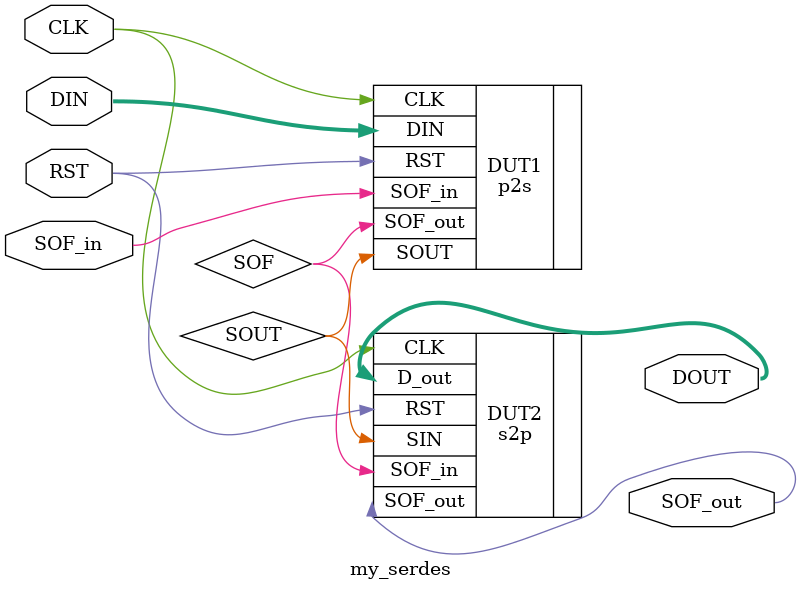
<source format=v>
`timescale 1ns / 1ps


module my_serdes(
    input RST,
    input CLK,
    input [7:0] DIN,
    input SOF_in,
    output SOF_out,
    output [7:0] DOUT
    );
    
    wire SOF;
    wire SOUT;
    
p2s DUT1(
    .RST(RST),
    .CLK(CLK),
    .DIN(DIN),
    .SOF_in(SOF_in),
    .SOF_out(SOF),
    .SOUT(SOUT)
    );    

s2p DUT2(
    .CLK(CLK),
    .RST(RST),
    .SOF_in(SOF),
    .SIN(SOUT),
    .SOF_out(SOF_out),
    .D_out(DOUT)
    );    
    
    
endmodule

</source>
